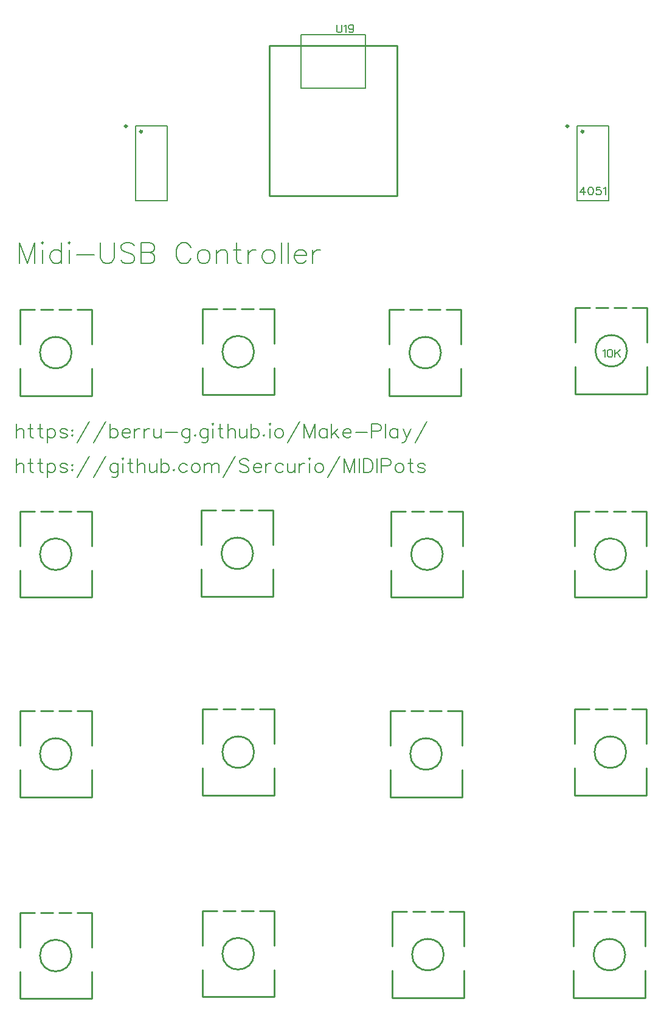
<source format=gto>
G04 Layer: TopSilkscreenLayer*
G04 EasyEDA v6.5.22, 2022-11-21 05:39:22*
G04 79285abd2fff4639a077ca8fd26d3c4e,5e732c2b7d5540c8836deda47cd93de7,10*
G04 Gerber Generator version 0.2*
G04 Scale: 100 percent, Rotated: No, Reflected: No *
G04 Dimensions in millimeters *
G04 leading zeros omitted , absolute positions ,4 integer and 5 decimal *
%FSLAX45Y45*%
%MOMM*%

%ADD10C,0.2032*%
%ADD11C,0.1524*%
%ADD12C,0.1270*%
%ADD13C,0.2540*%
%ADD14C,0.3000*%
%ADD15C,0.0103*%

%LPD*%
D10*
X2933700Y2440178D02*
G01*
X2933700Y2246376D01*
X2933700Y2338578D02*
G01*
X2961386Y2366263D01*
X2979927Y2375662D01*
X3007613Y2375662D01*
X3026156Y2366263D01*
X3035300Y2338578D01*
X3035300Y2246376D01*
X3123945Y2440178D02*
G01*
X3123945Y2283205D01*
X3133090Y2255520D01*
X3151631Y2246376D01*
X3170174Y2246376D01*
X3096259Y2375662D02*
G01*
X3161029Y2375662D01*
X3258820Y2440178D02*
G01*
X3258820Y2283205D01*
X3267963Y2255520D01*
X3286506Y2246376D01*
X3305047Y2246376D01*
X3231134Y2375662D02*
G01*
X3295650Y2375662D01*
X3366008Y2375662D02*
G01*
X3366008Y2181605D01*
X3366008Y2347976D02*
G01*
X3384550Y2366263D01*
X3402838Y2375662D01*
X3430524Y2375662D01*
X3449065Y2366263D01*
X3467608Y2347976D01*
X3476752Y2320289D01*
X3476752Y2301747D01*
X3467608Y2274062D01*
X3449065Y2255520D01*
X3430524Y2246376D01*
X3402838Y2246376D01*
X3384550Y2255520D01*
X3366008Y2274062D01*
X3639311Y2347976D02*
G01*
X3630168Y2366263D01*
X3602481Y2375662D01*
X3574795Y2375662D01*
X3547109Y2366263D01*
X3537711Y2347976D01*
X3547109Y2329434D01*
X3565397Y2320289D01*
X3611625Y2310892D01*
X3630168Y2301747D01*
X3639311Y2283205D01*
X3639311Y2274062D01*
X3630168Y2255520D01*
X3602481Y2246376D01*
X3574795Y2246376D01*
X3547109Y2255520D01*
X3537711Y2274062D01*
X3709670Y2357120D02*
G01*
X3700272Y2347976D01*
X3709670Y2338578D01*
X3718813Y2347976D01*
X3709670Y2357120D01*
X3709670Y2292350D02*
G01*
X3700272Y2283205D01*
X3709670Y2274062D01*
X3718813Y2283205D01*
X3709670Y2292350D01*
X3945890Y2477262D02*
G01*
X3779774Y2181605D01*
X4173220Y2477262D02*
G01*
X4006850Y2181605D01*
X4234179Y2440178D02*
G01*
X4234179Y2246376D01*
X4234179Y2347976D02*
G01*
X4252722Y2366263D01*
X4271009Y2375662D01*
X4298950Y2375662D01*
X4317238Y2366263D01*
X4335779Y2347976D01*
X4344924Y2320289D01*
X4344924Y2301747D01*
X4335779Y2274062D01*
X4317238Y2255520D01*
X4298950Y2246376D01*
X4271009Y2246376D01*
X4252722Y2255520D01*
X4234179Y2274062D01*
X4405884Y2320289D02*
G01*
X4516881Y2320289D01*
X4516881Y2338578D01*
X4507484Y2357120D01*
X4498340Y2366263D01*
X4479797Y2375662D01*
X4452111Y2375662D01*
X4433570Y2366263D01*
X4415281Y2347976D01*
X4405884Y2320289D01*
X4405884Y2301747D01*
X4415281Y2274062D01*
X4433570Y2255520D01*
X4452111Y2246376D01*
X4479797Y2246376D01*
X4498340Y2255520D01*
X4516881Y2274062D01*
X4577841Y2375662D02*
G01*
X4577841Y2246376D01*
X4577841Y2320289D02*
G01*
X4586986Y2347976D01*
X4605527Y2366263D01*
X4624070Y2375662D01*
X4651756Y2375662D01*
X4712715Y2375662D02*
G01*
X4712715Y2246376D01*
X4712715Y2320289D02*
G01*
X4721859Y2347976D01*
X4740402Y2366263D01*
X4758690Y2375662D01*
X4786629Y2375662D01*
X4847590Y2375662D02*
G01*
X4847590Y2283205D01*
X4856734Y2255520D01*
X4875275Y2246376D01*
X4902961Y2246376D01*
X4921250Y2255520D01*
X4949190Y2283205D01*
X4949190Y2375662D02*
G01*
X4949190Y2246376D01*
X5010150Y2329434D02*
G01*
X5176265Y2329434D01*
X5347970Y2375662D02*
G01*
X5347970Y2227834D01*
X5338825Y2200147D01*
X5329681Y2190750D01*
X5311140Y2181605D01*
X5283454Y2181605D01*
X5264911Y2190750D01*
X5347970Y2347976D02*
G01*
X5329681Y2366263D01*
X5311140Y2375662D01*
X5283454Y2375662D01*
X5264911Y2366263D01*
X5246370Y2347976D01*
X5237225Y2320289D01*
X5237225Y2301747D01*
X5246370Y2274062D01*
X5264911Y2255520D01*
X5283454Y2246376D01*
X5311140Y2246376D01*
X5329681Y2255520D01*
X5347970Y2274062D01*
X5418327Y2292350D02*
G01*
X5408929Y2283205D01*
X5418327Y2274062D01*
X5427472Y2283205D01*
X5418327Y2292350D01*
X5599429Y2375662D02*
G01*
X5599429Y2227834D01*
X5590031Y2200147D01*
X5580888Y2190750D01*
X5562345Y2181605D01*
X5534659Y2181605D01*
X5516118Y2190750D01*
X5599429Y2347976D02*
G01*
X5580888Y2366263D01*
X5562345Y2375662D01*
X5534659Y2375662D01*
X5516118Y2366263D01*
X5497829Y2347976D01*
X5488431Y2320289D01*
X5488431Y2301747D01*
X5497829Y2274062D01*
X5516118Y2255520D01*
X5534659Y2246376D01*
X5562345Y2246376D01*
X5580888Y2255520D01*
X5599429Y2274062D01*
X5660390Y2440178D02*
G01*
X5669534Y2431034D01*
X5678677Y2440178D01*
X5669534Y2449576D01*
X5660390Y2440178D01*
X5669534Y2375662D02*
G01*
X5669534Y2246376D01*
X5767324Y2440178D02*
G01*
X5767324Y2283205D01*
X5776722Y2255520D01*
X5795009Y2246376D01*
X5813552Y2246376D01*
X5739638Y2375662D02*
G01*
X5804408Y2375662D01*
X5874511Y2440178D02*
G01*
X5874511Y2246376D01*
X5874511Y2338578D02*
G01*
X5902197Y2366263D01*
X5920740Y2375662D01*
X5948425Y2375662D01*
X5966968Y2366263D01*
X5976111Y2338578D01*
X5976111Y2246376D01*
X6037072Y2375662D02*
G01*
X6037072Y2283205D01*
X6046470Y2255520D01*
X6064758Y2246376D01*
X6092443Y2246376D01*
X6110986Y2255520D01*
X6138672Y2283205D01*
X6138672Y2375662D02*
G01*
X6138672Y2246376D01*
X6199631Y2440178D02*
G01*
X6199631Y2246376D01*
X6199631Y2347976D02*
G01*
X6218174Y2366263D01*
X6236715Y2375662D01*
X6264402Y2375662D01*
X6282690Y2366263D01*
X6301231Y2347976D01*
X6310629Y2320289D01*
X6310629Y2301747D01*
X6301231Y2274062D01*
X6282690Y2255520D01*
X6264402Y2246376D01*
X6236715Y2246376D01*
X6218174Y2255520D01*
X6199631Y2274062D01*
X6380734Y2292350D02*
G01*
X6371590Y2283205D01*
X6380734Y2274062D01*
X6389877Y2283205D01*
X6380734Y2292350D01*
X6450838Y2440178D02*
G01*
X6460236Y2431034D01*
X6469379Y2440178D01*
X6460236Y2449576D01*
X6450838Y2440178D01*
X6460236Y2375662D02*
G01*
X6460236Y2246376D01*
X6576568Y2375662D02*
G01*
X6558025Y2366263D01*
X6539484Y2347976D01*
X6530340Y2320289D01*
X6530340Y2301747D01*
X6539484Y2274062D01*
X6558025Y2255520D01*
X6576568Y2246376D01*
X6604254Y2246376D01*
X6622795Y2255520D01*
X6641084Y2274062D01*
X6650481Y2301747D01*
X6650481Y2320289D01*
X6641084Y2347976D01*
X6622795Y2366263D01*
X6604254Y2375662D01*
X6576568Y2375662D01*
X6877558Y2477262D02*
G01*
X6711441Y2181605D01*
X6938518Y2440178D02*
G01*
X6938518Y2246376D01*
X6938518Y2440178D02*
G01*
X7012431Y2246376D01*
X7086345Y2440178D02*
G01*
X7012431Y2246376D01*
X7086345Y2440178D02*
G01*
X7086345Y2246376D01*
X7258050Y2375662D02*
G01*
X7258050Y2246376D01*
X7258050Y2347976D02*
G01*
X7239761Y2366263D01*
X7221220Y2375662D01*
X7193534Y2375662D01*
X7174991Y2366263D01*
X7156450Y2347976D01*
X7147306Y2320289D01*
X7147306Y2301747D01*
X7156450Y2274062D01*
X7174991Y2255520D01*
X7193534Y2246376D01*
X7221220Y2246376D01*
X7239761Y2255520D01*
X7258050Y2274062D01*
X7319009Y2440178D02*
G01*
X7319009Y2246376D01*
X7411465Y2375662D02*
G01*
X7319009Y2283205D01*
X7356093Y2320289D02*
G01*
X7420609Y2246376D01*
X7481570Y2320289D02*
G01*
X7592568Y2320289D01*
X7592568Y2338578D01*
X7583170Y2357120D01*
X7574025Y2366263D01*
X7555484Y2375662D01*
X7527797Y2375662D01*
X7509509Y2366263D01*
X7490968Y2347976D01*
X7481570Y2320289D01*
X7481570Y2301747D01*
X7490968Y2274062D01*
X7509509Y2255520D01*
X7527797Y2246376D01*
X7555484Y2246376D01*
X7574025Y2255520D01*
X7592568Y2274062D01*
X7653527Y2329434D02*
G01*
X7819643Y2329434D01*
X7880604Y2440178D02*
G01*
X7880604Y2246376D01*
X7880604Y2440178D02*
G01*
X7963915Y2440178D01*
X7991602Y2431034D01*
X8000745Y2421889D01*
X8009890Y2403347D01*
X8009890Y2375662D01*
X8000745Y2357120D01*
X7991602Y2347976D01*
X7963915Y2338578D01*
X7880604Y2338578D01*
X8070850Y2440178D02*
G01*
X8070850Y2246376D01*
X8242808Y2375662D02*
G01*
X8242808Y2246376D01*
X8242808Y2347976D02*
G01*
X8224265Y2366263D01*
X8205724Y2375662D01*
X8178038Y2375662D01*
X8159750Y2366263D01*
X8141208Y2347976D01*
X8131809Y2320289D01*
X8131809Y2301747D01*
X8141208Y2274062D01*
X8159750Y2255520D01*
X8178038Y2246376D01*
X8205724Y2246376D01*
X8224265Y2255520D01*
X8242808Y2274062D01*
X8312911Y2375662D02*
G01*
X8368284Y2246376D01*
X8423909Y2375662D02*
G01*
X8368284Y2246376D01*
X8349995Y2209292D01*
X8331454Y2190750D01*
X8312911Y2181605D01*
X8303768Y2181605D01*
X8650986Y2477262D02*
G01*
X8484870Y2181605D01*
X2971800Y4963668D02*
G01*
X2971800Y4677155D01*
X2971800Y4963668D02*
G01*
X3080765Y4677155D01*
X3189986Y4963668D02*
G01*
X3080765Y4677155D01*
X3189986Y4963668D02*
G01*
X3189986Y4677155D01*
X3279902Y4963668D02*
G01*
X3293618Y4949952D01*
X3307334Y4963668D01*
X3293618Y4977384D01*
X3279902Y4963668D01*
X3293618Y4868163D02*
G01*
X3293618Y4677155D01*
X3560825Y4963668D02*
G01*
X3560825Y4677155D01*
X3560825Y4827270D02*
G01*
X3533647Y4854447D01*
X3506470Y4868163D01*
X3465322Y4868163D01*
X3438143Y4854447D01*
X3410965Y4827270D01*
X3397250Y4786376D01*
X3397250Y4759197D01*
X3410965Y4718050D01*
X3438143Y4690871D01*
X3465322Y4677155D01*
X3506470Y4677155D01*
X3533647Y4690871D01*
X3560825Y4718050D01*
X3650995Y4963668D02*
G01*
X3664458Y4949952D01*
X3678174Y4963668D01*
X3664458Y4977384D01*
X3650995Y4963668D01*
X3664458Y4868163D02*
G01*
X3664458Y4677155D01*
X3768090Y4800092D02*
G01*
X4013708Y4800092D01*
X4103624Y4963668D02*
G01*
X4103624Y4759197D01*
X4117340Y4718050D01*
X4144518Y4690871D01*
X4185411Y4677155D01*
X4212590Y4677155D01*
X4253738Y4690871D01*
X4280915Y4718050D01*
X4294631Y4759197D01*
X4294631Y4963668D01*
X4575556Y4922773D02*
G01*
X4548124Y4949952D01*
X4507229Y4963668D01*
X4452620Y4963668D01*
X4411725Y4949952D01*
X4384547Y4922773D01*
X4384547Y4895342D01*
X4398263Y4868163D01*
X4411725Y4854447D01*
X4439158Y4840986D01*
X4520945Y4813554D01*
X4548124Y4800092D01*
X4561840Y4786376D01*
X4575556Y4759197D01*
X4575556Y4718050D01*
X4548124Y4690871D01*
X4507229Y4677155D01*
X4452620Y4677155D01*
X4411725Y4690871D01*
X4384547Y4718050D01*
X4665472Y4963668D02*
G01*
X4665472Y4677155D01*
X4665472Y4963668D02*
G01*
X4788154Y4963668D01*
X4829047Y4949952D01*
X4842763Y4936236D01*
X4856225Y4909057D01*
X4856225Y4881879D01*
X4842763Y4854447D01*
X4829047Y4840986D01*
X4788154Y4827270D01*
X4665472Y4827270D02*
G01*
X4788154Y4827270D01*
X4829047Y4813554D01*
X4842763Y4800092D01*
X4856225Y4772660D01*
X4856225Y4731765D01*
X4842763Y4704587D01*
X4829047Y4690871D01*
X4788154Y4677155D01*
X4665472Y4677155D01*
X5360924Y4895342D02*
G01*
X5347208Y4922773D01*
X5320029Y4949952D01*
X5292597Y4963668D01*
X5238241Y4963668D01*
X5210809Y4949952D01*
X5183631Y4922773D01*
X5169915Y4895342D01*
X5156454Y4854447D01*
X5156454Y4786376D01*
X5169915Y4745481D01*
X5183631Y4718050D01*
X5210809Y4690871D01*
X5238241Y4677155D01*
X5292597Y4677155D01*
X5320029Y4690871D01*
X5347208Y4718050D01*
X5360924Y4745481D01*
X5519165Y4868163D02*
G01*
X5491734Y4854447D01*
X5464556Y4827270D01*
X5450840Y4786376D01*
X5450840Y4759197D01*
X5464556Y4718050D01*
X5491734Y4690871D01*
X5519165Y4677155D01*
X5560059Y4677155D01*
X5587238Y4690871D01*
X5614415Y4718050D01*
X5628131Y4759197D01*
X5628131Y4786376D01*
X5614415Y4827270D01*
X5587238Y4854447D01*
X5560059Y4868163D01*
X5519165Y4868163D01*
X5718047Y4868163D02*
G01*
X5718047Y4677155D01*
X5718047Y4813554D02*
G01*
X5758941Y4854447D01*
X5786374Y4868163D01*
X5827268Y4868163D01*
X5854445Y4854447D01*
X5868161Y4813554D01*
X5868161Y4677155D01*
X5998972Y4963668D02*
G01*
X5998972Y4731765D01*
X6012688Y4690871D01*
X6039865Y4677155D01*
X6067297Y4677155D01*
X5958077Y4868163D02*
G01*
X6053581Y4868163D01*
X6157213Y4868163D02*
G01*
X6157213Y4677155D01*
X6157213Y4786376D02*
G01*
X6170929Y4827270D01*
X6198108Y4854447D01*
X6225540Y4868163D01*
X6266434Y4868163D01*
X6424422Y4868163D02*
G01*
X6397243Y4854447D01*
X6370065Y4827270D01*
X6356350Y4786376D01*
X6356350Y4759197D01*
X6370065Y4718050D01*
X6397243Y4690871D01*
X6424422Y4677155D01*
X6465315Y4677155D01*
X6492747Y4690871D01*
X6519925Y4718050D01*
X6533641Y4759197D01*
X6533641Y4786376D01*
X6519925Y4827270D01*
X6492747Y4854447D01*
X6465315Y4868163D01*
X6424422Y4868163D01*
X6623558Y4963668D02*
G01*
X6623558Y4677155D01*
X6713727Y4963668D02*
G01*
X6713727Y4677155D01*
X6803643Y4786376D02*
G01*
X6967220Y4786376D01*
X6967220Y4813554D01*
X6953504Y4840986D01*
X6940041Y4854447D01*
X6912609Y4868163D01*
X6871715Y4868163D01*
X6844538Y4854447D01*
X6817359Y4827270D01*
X6803643Y4786376D01*
X6803643Y4759197D01*
X6817359Y4718050D01*
X6844538Y4690871D01*
X6871715Y4677155D01*
X6912609Y4677155D01*
X6940041Y4690871D01*
X6967220Y4718050D01*
X7057136Y4868163D02*
G01*
X7057136Y4677155D01*
X7057136Y4786376D02*
G01*
X7070852Y4827270D01*
X7098029Y4854447D01*
X7125461Y4868163D01*
X7166356Y4868163D01*
X2933700Y1957578D02*
G01*
X2933700Y1763776D01*
X2933700Y1855978D02*
G01*
X2961386Y1883663D01*
X2979927Y1893062D01*
X3007613Y1893062D01*
X3026156Y1883663D01*
X3035300Y1855978D01*
X3035300Y1763776D01*
X3123945Y1957578D02*
G01*
X3123945Y1800605D01*
X3133090Y1772920D01*
X3151631Y1763776D01*
X3170174Y1763776D01*
X3096259Y1893062D02*
G01*
X3161029Y1893062D01*
X3258820Y1957578D02*
G01*
X3258820Y1800605D01*
X3267963Y1772920D01*
X3286506Y1763776D01*
X3305047Y1763776D01*
X3231134Y1893062D02*
G01*
X3295650Y1893062D01*
X3366008Y1893062D02*
G01*
X3366008Y1699005D01*
X3366008Y1865376D02*
G01*
X3384550Y1883663D01*
X3402838Y1893062D01*
X3430524Y1893062D01*
X3449065Y1883663D01*
X3467608Y1865376D01*
X3476752Y1837689D01*
X3476752Y1819147D01*
X3467608Y1791462D01*
X3449065Y1772920D01*
X3430524Y1763776D01*
X3402838Y1763776D01*
X3384550Y1772920D01*
X3366008Y1791462D01*
X3639311Y1865376D02*
G01*
X3630168Y1883663D01*
X3602481Y1893062D01*
X3574795Y1893062D01*
X3547109Y1883663D01*
X3537711Y1865376D01*
X3547109Y1846834D01*
X3565397Y1837689D01*
X3611625Y1828292D01*
X3630168Y1819147D01*
X3639311Y1800605D01*
X3639311Y1791462D01*
X3630168Y1772920D01*
X3602481Y1763776D01*
X3574795Y1763776D01*
X3547109Y1772920D01*
X3537711Y1791462D01*
X3709670Y1874520D02*
G01*
X3700272Y1865376D01*
X3709670Y1855978D01*
X3718813Y1865376D01*
X3709670Y1874520D01*
X3709670Y1809750D02*
G01*
X3700272Y1800605D01*
X3709670Y1791462D01*
X3718813Y1800605D01*
X3709670Y1809750D01*
X3945890Y1994662D02*
G01*
X3779774Y1699005D01*
X4173220Y1994662D02*
G01*
X4006850Y1699005D01*
X4344924Y1893062D02*
G01*
X4344924Y1745234D01*
X4335779Y1717547D01*
X4326636Y1708150D01*
X4308093Y1699005D01*
X4280408Y1699005D01*
X4261865Y1708150D01*
X4344924Y1865376D02*
G01*
X4326636Y1883663D01*
X4308093Y1893062D01*
X4280408Y1893062D01*
X4261865Y1883663D01*
X4243324Y1865376D01*
X4234179Y1837689D01*
X4234179Y1819147D01*
X4243324Y1791462D01*
X4261865Y1772920D01*
X4280408Y1763776D01*
X4308093Y1763776D01*
X4326636Y1772920D01*
X4344924Y1791462D01*
X4405884Y1957578D02*
G01*
X4415281Y1948434D01*
X4424425Y1957578D01*
X4415281Y1966976D01*
X4405884Y1957578D01*
X4415281Y1893062D02*
G01*
X4415281Y1763776D01*
X4513072Y1957578D02*
G01*
X4513072Y1800605D01*
X4522470Y1772920D01*
X4540758Y1763776D01*
X4559300Y1763776D01*
X4485386Y1893062D02*
G01*
X4550156Y1893062D01*
X4620259Y1957578D02*
G01*
X4620259Y1763776D01*
X4620259Y1855978D02*
G01*
X4647945Y1883663D01*
X4666488Y1893062D01*
X4694174Y1893062D01*
X4712715Y1883663D01*
X4721859Y1855978D01*
X4721859Y1763776D01*
X4782820Y1893062D02*
G01*
X4782820Y1800605D01*
X4791963Y1772920D01*
X4810506Y1763776D01*
X4838191Y1763776D01*
X4856734Y1772920D01*
X4884420Y1800605D01*
X4884420Y1893062D02*
G01*
X4884420Y1763776D01*
X4945379Y1957578D02*
G01*
X4945379Y1763776D01*
X4945379Y1865376D02*
G01*
X4963922Y1883663D01*
X4982209Y1893062D01*
X5010150Y1893062D01*
X5028438Y1883663D01*
X5046979Y1865376D01*
X5056124Y1837689D01*
X5056124Y1819147D01*
X5046979Y1791462D01*
X5028438Y1772920D01*
X5010150Y1763776D01*
X4982209Y1763776D01*
X4963922Y1772920D01*
X4945379Y1791462D01*
X5126481Y1809750D02*
G01*
X5117084Y1800605D01*
X5126481Y1791462D01*
X5135625Y1800605D01*
X5126481Y1809750D01*
X5307329Y1865376D02*
G01*
X5289041Y1883663D01*
X5270500Y1893062D01*
X5242813Y1893062D01*
X5224272Y1883663D01*
X5205729Y1865376D01*
X5196586Y1837689D01*
X5196586Y1819147D01*
X5205729Y1791462D01*
X5224272Y1772920D01*
X5242813Y1763776D01*
X5270500Y1763776D01*
X5289041Y1772920D01*
X5307329Y1791462D01*
X5414518Y1893062D02*
G01*
X5396229Y1883663D01*
X5377688Y1865376D01*
X5368290Y1837689D01*
X5368290Y1819147D01*
X5377688Y1791462D01*
X5396229Y1772920D01*
X5414518Y1763776D01*
X5442204Y1763776D01*
X5460745Y1772920D01*
X5479288Y1791462D01*
X5488431Y1819147D01*
X5488431Y1837689D01*
X5479288Y1865376D01*
X5460745Y1883663D01*
X5442204Y1893062D01*
X5414518Y1893062D01*
X5549391Y1893062D02*
G01*
X5549391Y1763776D01*
X5549391Y1855978D02*
G01*
X5577077Y1883663D01*
X5595620Y1893062D01*
X5623306Y1893062D01*
X5641847Y1883663D01*
X5650991Y1855978D01*
X5650991Y1763776D01*
X5650991Y1855978D02*
G01*
X5678677Y1883663D01*
X5697220Y1893062D01*
X5724906Y1893062D01*
X5743447Y1883663D01*
X5752591Y1855978D01*
X5752591Y1763776D01*
X5979922Y1994662D02*
G01*
X5813552Y1699005D01*
X6170168Y1929892D02*
G01*
X6151625Y1948434D01*
X6123940Y1957578D01*
X6087109Y1957578D01*
X6059170Y1948434D01*
X6040881Y1929892D01*
X6040881Y1911350D01*
X6050025Y1893062D01*
X6059170Y1883663D01*
X6077711Y1874520D01*
X6133084Y1855978D01*
X6151625Y1846834D01*
X6160770Y1837689D01*
X6170168Y1819147D01*
X6170168Y1791462D01*
X6151625Y1772920D01*
X6123940Y1763776D01*
X6087109Y1763776D01*
X6059170Y1772920D01*
X6040881Y1791462D01*
X6231127Y1837689D02*
G01*
X6341872Y1837689D01*
X6341872Y1855978D01*
X6332727Y1874520D01*
X6323329Y1883663D01*
X6305041Y1893062D01*
X6277356Y1893062D01*
X6258813Y1883663D01*
X6240272Y1865376D01*
X6231127Y1837689D01*
X6231127Y1819147D01*
X6240272Y1791462D01*
X6258813Y1772920D01*
X6277356Y1763776D01*
X6305041Y1763776D01*
X6323329Y1772920D01*
X6341872Y1791462D01*
X6402831Y1893062D02*
G01*
X6402831Y1763776D01*
X6402831Y1837689D02*
G01*
X6412229Y1865376D01*
X6430518Y1883663D01*
X6449059Y1893062D01*
X6476745Y1893062D01*
X6648450Y1865376D02*
G01*
X6630161Y1883663D01*
X6611620Y1893062D01*
X6583934Y1893062D01*
X6565391Y1883663D01*
X6546850Y1865376D01*
X6537706Y1837689D01*
X6537706Y1819147D01*
X6546850Y1791462D01*
X6565391Y1772920D01*
X6583934Y1763776D01*
X6611620Y1763776D01*
X6630161Y1772920D01*
X6648450Y1791462D01*
X6709409Y1893062D02*
G01*
X6709409Y1800605D01*
X6718808Y1772920D01*
X6737350Y1763776D01*
X6765036Y1763776D01*
X6783324Y1772920D01*
X6811009Y1800605D01*
X6811009Y1893062D02*
G01*
X6811009Y1763776D01*
X6871970Y1893062D02*
G01*
X6871970Y1763776D01*
X6871970Y1837689D02*
G01*
X6881368Y1865376D01*
X6899909Y1883663D01*
X6918197Y1893062D01*
X6945884Y1893062D01*
X7006843Y1957578D02*
G01*
X7016241Y1948434D01*
X7025386Y1957578D01*
X7016241Y1966976D01*
X7006843Y1957578D01*
X7016241Y1893062D02*
G01*
X7016241Y1763776D01*
X7132574Y1893062D02*
G01*
X7114031Y1883663D01*
X7095490Y1865376D01*
X7086345Y1837689D01*
X7086345Y1819147D01*
X7095490Y1791462D01*
X7114031Y1772920D01*
X7132574Y1763776D01*
X7160259Y1763776D01*
X7178802Y1772920D01*
X7197090Y1791462D01*
X7206488Y1819147D01*
X7206488Y1837689D01*
X7197090Y1865376D01*
X7178802Y1883663D01*
X7160259Y1893062D01*
X7132574Y1893062D01*
X7433563Y1994662D02*
G01*
X7267447Y1699005D01*
X7494524Y1957578D02*
G01*
X7494524Y1763776D01*
X7494524Y1957578D02*
G01*
X7568438Y1763776D01*
X7642352Y1957578D02*
G01*
X7568438Y1763776D01*
X7642352Y1957578D02*
G01*
X7642352Y1763776D01*
X7703311Y1957578D02*
G01*
X7703311Y1763776D01*
X7764272Y1957578D02*
G01*
X7764272Y1763776D01*
X7764272Y1957578D02*
G01*
X7829041Y1957578D01*
X7856727Y1948434D01*
X7875270Y1929892D01*
X7884413Y1911350D01*
X7893558Y1883663D01*
X7893558Y1837689D01*
X7884413Y1809750D01*
X7875270Y1791462D01*
X7856727Y1772920D01*
X7829041Y1763776D01*
X7764272Y1763776D01*
X7954518Y1957578D02*
G01*
X7954518Y1763776D01*
X8015477Y1957578D02*
G01*
X8015477Y1763776D01*
X8015477Y1957578D02*
G01*
X8098790Y1957578D01*
X8126475Y1948434D01*
X8135620Y1939289D01*
X8144763Y1920747D01*
X8144763Y1893062D01*
X8135620Y1874520D01*
X8126475Y1865376D01*
X8098790Y1855978D01*
X8015477Y1855978D01*
X8251952Y1893062D02*
G01*
X8233409Y1883663D01*
X8215122Y1865376D01*
X8205724Y1837689D01*
X8205724Y1819147D01*
X8215122Y1791462D01*
X8233409Y1772920D01*
X8251952Y1763776D01*
X8279638Y1763776D01*
X8298179Y1772920D01*
X8316722Y1791462D01*
X8325865Y1819147D01*
X8325865Y1837689D01*
X8316722Y1865376D01*
X8298179Y1883663D01*
X8279638Y1893062D01*
X8251952Y1893062D01*
X8414511Y1957578D02*
G01*
X8414511Y1800605D01*
X8423909Y1772920D01*
X8442197Y1763776D01*
X8460740Y1763776D01*
X8386825Y1893062D02*
G01*
X8451595Y1893062D01*
X8623300Y1865376D02*
G01*
X8614156Y1883663D01*
X8586470Y1893062D01*
X8558529Y1893062D01*
X8530843Y1883663D01*
X8521700Y1865376D01*
X8530843Y1846834D01*
X8549386Y1837689D01*
X8595613Y1828292D01*
X8614156Y1819147D01*
X8623300Y1800605D01*
X8623300Y1791462D01*
X8614156Y1772920D01*
X8586470Y1763776D01*
X8558529Y1763776D01*
X8530843Y1772920D01*
X8521700Y1791462D01*
D11*
X7391400Y8002015D02*
G01*
X7391400Y7924037D01*
X7396479Y7908544D01*
X7406893Y7898129D01*
X7422641Y7893050D01*
X7433056Y7893050D01*
X7448550Y7898129D01*
X7458963Y7908544D01*
X7464043Y7924037D01*
X7464043Y8002015D01*
X7498334Y7981187D02*
G01*
X7508747Y7986521D01*
X7524495Y8002015D01*
X7524495Y7893050D01*
X7626350Y7965694D02*
G01*
X7621015Y7950200D01*
X7610602Y7939786D01*
X7595108Y7934452D01*
X7589774Y7934452D01*
X7574279Y7939786D01*
X7563865Y7950200D01*
X7558786Y7965694D01*
X7558786Y7970773D01*
X7563865Y7986521D01*
X7574279Y7996936D01*
X7589774Y8002015D01*
X7595108Y8002015D01*
X7610602Y7996936D01*
X7621015Y7986521D01*
X7626350Y7965694D01*
X7626350Y7939786D01*
X7621015Y7913623D01*
X7610602Y7898129D01*
X7595108Y7893050D01*
X7584693Y7893050D01*
X7569200Y7898129D01*
X7563865Y7908544D01*
X10834370Y5741415D02*
G01*
X10782300Y5668771D01*
X10860277Y5668771D01*
X10834370Y5741415D02*
G01*
X10834370Y5632450D01*
X10925809Y5741415D02*
G01*
X10910061Y5736336D01*
X10899647Y5720587D01*
X10894568Y5694679D01*
X10894568Y5679186D01*
X10899647Y5653023D01*
X10910061Y5637529D01*
X10925809Y5632450D01*
X10935970Y5632450D01*
X10951718Y5637529D01*
X10962131Y5653023D01*
X10967211Y5679186D01*
X10967211Y5694679D01*
X10962131Y5720587D01*
X10951718Y5736336D01*
X10935970Y5741415D01*
X10925809Y5741415D01*
X11063986Y5741415D02*
G01*
X11011915Y5741415D01*
X11006836Y5694679D01*
X11011915Y5699760D01*
X11027409Y5705094D01*
X11043158Y5705094D01*
X11058652Y5699760D01*
X11069065Y5689600D01*
X11074400Y5673852D01*
X11074400Y5663437D01*
X11069065Y5647944D01*
X11058652Y5637529D01*
X11043158Y5632450D01*
X11027409Y5632450D01*
X11011915Y5637529D01*
X11006836Y5642610D01*
X11001502Y5653023D01*
X11108690Y5720587D02*
G01*
X11118850Y5725921D01*
X11134597Y5741415D01*
X11134597Y5632450D01*
X11099800Y3460140D02*
G01*
X11110213Y3465220D01*
X11125708Y3480714D01*
X11125708Y3371748D01*
X11191240Y3480714D02*
G01*
X11175745Y3475634D01*
X11165331Y3460140D01*
X11159997Y3433978D01*
X11159997Y3418484D01*
X11165331Y3392576D01*
X11175745Y3376828D01*
X11191240Y3371748D01*
X11201654Y3371748D01*
X11217147Y3376828D01*
X11227561Y3392576D01*
X11232895Y3418484D01*
X11232895Y3433978D01*
X11227561Y3460140D01*
X11217147Y3475634D01*
X11201654Y3480714D01*
X11191240Y3480714D01*
X11267186Y3480714D02*
G01*
X11267186Y3371748D01*
X11339829Y3480714D02*
G01*
X11267186Y3408070D01*
X11293093Y3433978D02*
G01*
X11339829Y3371748D01*
D12*
X6896100Y7848600D02*
G01*
X6896100Y7861300D01*
X7795513Y7861300D01*
X7795513Y7113270D01*
X6895591Y7113270D01*
X6895591Y7848600D01*
D13*
X6451600Y7708900D02*
G01*
X8231606Y7708900D01*
X8231606Y5618886D01*
X6451600Y5618886D01*
X6451600Y7708900D01*
D11*
X10737959Y6588218D02*
G01*
X11182240Y6588218D01*
X11182240Y5552981D01*
X10737959Y5552981D01*
X10737959Y6588218D01*
X4591159Y6588218D02*
G01*
X5035440Y6588218D01*
X5035440Y5552981D01*
X4591159Y5552981D01*
X4591159Y6588218D01*
D13*
X11688706Y-4831610D02*
G01*
X11688706Y-4778608D01*
X11688706Y-5547791D02*
G01*
X11688706Y-5169979D01*
X10688708Y-5169974D02*
G01*
X10688708Y-5547791D01*
X10688708Y-4778608D02*
G01*
X10688708Y-4831605D01*
X11688706Y-5547791D02*
G01*
X10691708Y-5547791D01*
X10689709Y-5545792D01*
X11483380Y-4347794D02*
G01*
X11688706Y-4347794D01*
X11688706Y-4778608D01*
X11229383Y-4347794D02*
G01*
X11402034Y-4347794D01*
X10975383Y-4347794D02*
G01*
X11148037Y-4347794D01*
X10688708Y-4778608D02*
G01*
X10688708Y-4347794D01*
X10894037Y-4347794D01*
X11701406Y-2012210D02*
G01*
X11701406Y-1959208D01*
X11701406Y-2728391D02*
G01*
X11701406Y-2350579D01*
X10701408Y-2350574D02*
G01*
X10701408Y-2728391D01*
X10701408Y-1959208D02*
G01*
X10701408Y-2012205D01*
X11701406Y-2728391D02*
G01*
X10704408Y-2728391D01*
X10702409Y-2726392D01*
X11496080Y-1528394D02*
G01*
X11701406Y-1528394D01*
X11701406Y-1959208D01*
X11242083Y-1528394D02*
G01*
X11414734Y-1528394D01*
X10988083Y-1528394D02*
G01*
X11160737Y-1528394D01*
X10701408Y-1959208D02*
G01*
X10701408Y-1528394D01*
X10906737Y-1528394D01*
X11701406Y743689D02*
G01*
X11701406Y796691D01*
X11701406Y27508D02*
G01*
X11701406Y405320D01*
X10701408Y405325D02*
G01*
X10701408Y27508D01*
X10701408Y796691D02*
G01*
X10701408Y743694D01*
X11701406Y27508D02*
G01*
X10704408Y27508D01*
X10702409Y29507D01*
X11496080Y1227505D02*
G01*
X11701406Y1227505D01*
X11701406Y796691D01*
X11242083Y1227505D02*
G01*
X11414734Y1227505D01*
X10988083Y1227505D02*
G01*
X11160737Y1227505D01*
X10701408Y796691D02*
G01*
X10701408Y1227505D01*
X10906737Y1227505D01*
X11714106Y3575789D02*
G01*
X11714106Y3628791D01*
X11714106Y2859608D02*
G01*
X11714106Y3237420D01*
X10714108Y3237425D02*
G01*
X10714108Y2859608D01*
X10714108Y3628791D02*
G01*
X10714108Y3575794D01*
X11714106Y2859608D02*
G01*
X10717108Y2859608D01*
X10715109Y2861607D01*
X11508780Y4059605D02*
G01*
X11714106Y4059605D01*
X11714106Y3628791D01*
X11254783Y4059605D02*
G01*
X11427434Y4059605D01*
X11000783Y4059605D02*
G01*
X11173437Y4059605D01*
X10714108Y3628791D02*
G01*
X10714108Y4059605D01*
X10919437Y4059605D01*
X9161406Y-4831610D02*
G01*
X9161406Y-4778608D01*
X9161406Y-5547791D02*
G01*
X9161406Y-5169979D01*
X8161408Y-5169974D02*
G01*
X8161408Y-5547791D01*
X8161408Y-4778608D02*
G01*
X8161408Y-4831605D01*
X9161406Y-5547791D02*
G01*
X8164408Y-5547791D01*
X8162409Y-5545792D01*
X8956080Y-4347794D02*
G01*
X9161406Y-4347794D01*
X9161406Y-4778608D01*
X8702083Y-4347794D02*
G01*
X8874734Y-4347794D01*
X8448083Y-4347794D02*
G01*
X8620737Y-4347794D01*
X8161408Y-4778608D02*
G01*
X8161408Y-4347794D01*
X8366737Y-4347794D01*
X9136006Y-2037610D02*
G01*
X9136006Y-1984608D01*
X9136006Y-2753791D02*
G01*
X9136006Y-2375979D01*
X8136008Y-2375974D02*
G01*
X8136008Y-2753791D01*
X8136008Y-1984608D02*
G01*
X8136008Y-2037605D01*
X9136006Y-2753791D02*
G01*
X8139008Y-2753791D01*
X8137009Y-2751792D01*
X8930680Y-1553794D02*
G01*
X9136006Y-1553794D01*
X9136006Y-1984608D01*
X8676683Y-1553794D02*
G01*
X8849334Y-1553794D01*
X8422683Y-1553794D02*
G01*
X8595337Y-1553794D01*
X8136008Y-1984608D02*
G01*
X8136008Y-1553794D01*
X8341337Y-1553794D01*
X9148706Y743689D02*
G01*
X9148706Y796691D01*
X9148706Y27508D02*
G01*
X9148706Y405320D01*
X8148708Y405325D02*
G01*
X8148708Y27508D01*
X8148708Y796691D02*
G01*
X8148708Y743694D01*
X9148706Y27508D02*
G01*
X8151708Y27508D01*
X8149709Y29507D01*
X8943380Y1227505D02*
G01*
X9148706Y1227505D01*
X9148706Y796691D01*
X8689383Y1227505D02*
G01*
X8862034Y1227505D01*
X8435383Y1227505D02*
G01*
X8608037Y1227505D01*
X8148708Y796691D02*
G01*
X8148708Y1227505D01*
X8354037Y1227505D01*
X9123306Y3550389D02*
G01*
X9123306Y3603391D01*
X9123306Y2834208D02*
G01*
X9123306Y3212020D01*
X8123308Y3212025D02*
G01*
X8123308Y2834208D01*
X8123308Y3603391D02*
G01*
X8123308Y3550394D01*
X9123306Y2834208D02*
G01*
X8126308Y2834208D01*
X8124309Y2836207D01*
X8917980Y4034205D02*
G01*
X9123306Y4034205D01*
X9123306Y3603391D01*
X8663983Y4034205D02*
G01*
X8836634Y4034205D01*
X8409983Y4034205D02*
G01*
X8582637Y4034205D01*
X8123308Y3603391D02*
G01*
X8123308Y4034205D01*
X8328637Y4034205D01*
X3979806Y3550389D02*
G01*
X3979806Y3603391D01*
X3979806Y2834208D02*
G01*
X3979806Y3212020D01*
X2979808Y3212025D02*
G01*
X2979808Y2834208D01*
X2979808Y3603391D02*
G01*
X2979808Y3550394D01*
X3979806Y2834208D02*
G01*
X2982808Y2834208D01*
X2980809Y2836207D01*
X3774480Y4034205D02*
G01*
X3979806Y4034205D01*
X3979806Y3603391D01*
X3520483Y4034205D02*
G01*
X3693134Y4034205D01*
X3266483Y4034205D02*
G01*
X3439137Y4034205D01*
X2979808Y3603391D02*
G01*
X2979808Y4034205D01*
X3185137Y4034205D01*
X3979806Y743689D02*
G01*
X3979806Y796691D01*
X3979806Y27508D02*
G01*
X3979806Y405320D01*
X2979808Y405325D02*
G01*
X2979808Y27508D01*
X2979808Y796691D02*
G01*
X2979808Y743694D01*
X3979806Y27508D02*
G01*
X2982808Y27508D01*
X2980809Y29507D01*
X3774480Y1227505D02*
G01*
X3979806Y1227505D01*
X3979806Y796691D01*
X3520483Y1227505D02*
G01*
X3693134Y1227505D01*
X3266483Y1227505D02*
G01*
X3439137Y1227505D01*
X2979808Y796691D02*
G01*
X2979808Y1227505D01*
X3185137Y1227505D01*
X3979806Y-2037610D02*
G01*
X3979806Y-1984608D01*
X3979806Y-2753791D02*
G01*
X3979806Y-2375979D01*
X2979808Y-2375974D02*
G01*
X2979808Y-2753791D01*
X2979808Y-1984608D02*
G01*
X2979808Y-2037605D01*
X3979806Y-2753791D02*
G01*
X2982808Y-2753791D01*
X2980809Y-2751792D01*
X3774480Y-1553794D02*
G01*
X3979806Y-1553794D01*
X3979806Y-1984608D01*
X3520483Y-1553794D02*
G01*
X3693134Y-1553794D01*
X3266483Y-1553794D02*
G01*
X3439137Y-1553794D01*
X2979808Y-1984608D02*
G01*
X2979808Y-1553794D01*
X3185137Y-1553794D01*
X3979806Y-4844310D02*
G01*
X3979806Y-4791308D01*
X3979806Y-5560491D02*
G01*
X3979806Y-5182679D01*
X2979808Y-5182674D02*
G01*
X2979808Y-5560491D01*
X2979808Y-4791308D02*
G01*
X2979808Y-4844305D01*
X3979806Y-5560491D02*
G01*
X2982808Y-5560491D01*
X2980809Y-5558492D01*
X3774480Y-4360494D02*
G01*
X3979806Y-4360494D01*
X3979806Y-4791308D01*
X3520483Y-4360494D02*
G01*
X3693134Y-4360494D01*
X3266483Y-4360494D02*
G01*
X3439137Y-4360494D01*
X2979808Y-4791308D02*
G01*
X2979808Y-4360494D01*
X3185137Y-4360494D01*
X6519806Y3563089D02*
G01*
X6519806Y3616091D01*
X6519806Y2846908D02*
G01*
X6519806Y3224720D01*
X5519808Y3224725D02*
G01*
X5519808Y2846908D01*
X5519808Y3616091D02*
G01*
X5519808Y3563094D01*
X6519806Y2846908D02*
G01*
X5522808Y2846908D01*
X5520809Y2848907D01*
X6314480Y4046905D02*
G01*
X6519806Y4046905D01*
X6519806Y3616091D01*
X6060483Y4046905D02*
G01*
X6233134Y4046905D01*
X5806483Y4046905D02*
G01*
X5979137Y4046905D01*
X5519808Y3616091D02*
G01*
X5519808Y4046905D01*
X5725137Y4046905D01*
X6507106Y756389D02*
G01*
X6507106Y809391D01*
X6507106Y40208D02*
G01*
X6507106Y418020D01*
X5507108Y418025D02*
G01*
X5507108Y40208D01*
X5507108Y809391D02*
G01*
X5507108Y756394D01*
X6507106Y40208D02*
G01*
X5510108Y40208D01*
X5508109Y42207D01*
X6301780Y1240205D02*
G01*
X6507106Y1240205D01*
X6507106Y809391D01*
X6047783Y1240205D02*
G01*
X6220434Y1240205D01*
X5793783Y1240205D02*
G01*
X5966437Y1240205D01*
X5507108Y809391D02*
G01*
X5507108Y1240205D01*
X5712437Y1240205D01*
X6519806Y-2012210D02*
G01*
X6519806Y-1959208D01*
X6519806Y-2728391D02*
G01*
X6519806Y-2350579D01*
X5519808Y-2350574D02*
G01*
X5519808Y-2728391D01*
X5519808Y-1959208D02*
G01*
X5519808Y-2012205D01*
X6519806Y-2728391D02*
G01*
X5522808Y-2728391D01*
X5520809Y-2726392D01*
X6314480Y-1528394D02*
G01*
X6519806Y-1528394D01*
X6519806Y-1959208D01*
X6060483Y-1528394D02*
G01*
X6233134Y-1528394D01*
X5806483Y-1528394D02*
G01*
X5979137Y-1528394D01*
X5519808Y-1959208D02*
G01*
X5519808Y-1528394D01*
X5725137Y-1528394D01*
X6519806Y-4818910D02*
G01*
X6519806Y-4765908D01*
X6519806Y-5535091D02*
G01*
X6519806Y-5157279D01*
X5519808Y-5157274D02*
G01*
X5519808Y-5535091D01*
X5519808Y-4765908D02*
G01*
X5519808Y-4818905D01*
X6519806Y-5535091D02*
G01*
X5522808Y-5535091D01*
X5520809Y-5533092D01*
X6314480Y-4335094D02*
G01*
X6519806Y-4335094D01*
X6519806Y-4765908D01*
X6060483Y-4335094D02*
G01*
X6233134Y-4335094D01*
X5806483Y-4335094D02*
G01*
X5979137Y-4335094D01*
X5519808Y-4765908D02*
G01*
X5519808Y-4335094D01*
X5725137Y-4335094D01*
D14*
G75*
G01
X10828198Y6515100D02*
G03X10828198Y6515100I-15011J0D01*
G75*
G01
X10618572Y6590436D02*
G03X10618572Y6590436I-15011J0D01*
G75*
G01
X4681398Y6515100D02*
G03X4681398Y6515100I-15011J0D01*
G75*
G01
X4471772Y6590436D02*
G03X4471772Y6590436I-15011J0D01*
D13*
G75*
G01
X11408867Y-4946802D02*
G03X11408867Y-4946802I-220167J0D01*
G75*
G01
X11421567Y-2127402D02*
G03X11421567Y-2127402I-220167J0D01*
G75*
G01
X11421567Y628498D02*
G03X11421567Y628498I-220167J0D01*
G75*
G01
X11434267Y3460598D02*
G03X11434267Y3460598I-220167J0D01*
G75*
G01
X8881567Y-4946802D02*
G03X8881567Y-4946802I-220167J0D01*
G75*
G01
X8856167Y-2152802D02*
G03X8856167Y-2152802I-220167J0D01*
G75*
G01
X8868867Y628498D02*
G03X8868867Y628498I-220167J0D01*
G75*
G01
X8843467Y3435198D02*
G03X8843467Y3435198I-220167J0D01*
G75*
G01
X3699967Y3435198D02*
G03X3699967Y3435198I-220167J0D01*
G75*
G01
X3699967Y628498D02*
G03X3699967Y628498I-220167J0D01*
G75*
G01
X3699967Y-2152802D02*
G03X3699967Y-2152802I-220167J0D01*
G75*
G01
X3699967Y-4959502D02*
G03X3699967Y-4959502I-220167J0D01*
G75*
G01
X6239967Y3447898D02*
G03X6239967Y3447898I-220167J0D01*
G75*
G01
X6227267Y641198D02*
G03X6227267Y641198I-220167J0D01*
G75*
G01
X6239967Y-2127402D02*
G03X6239967Y-2127402I-220167J0D01*
G75*
G01
X6239967Y-4934102D02*
G03X6239967Y-4934102I-220167J0D01*
M02*

</source>
